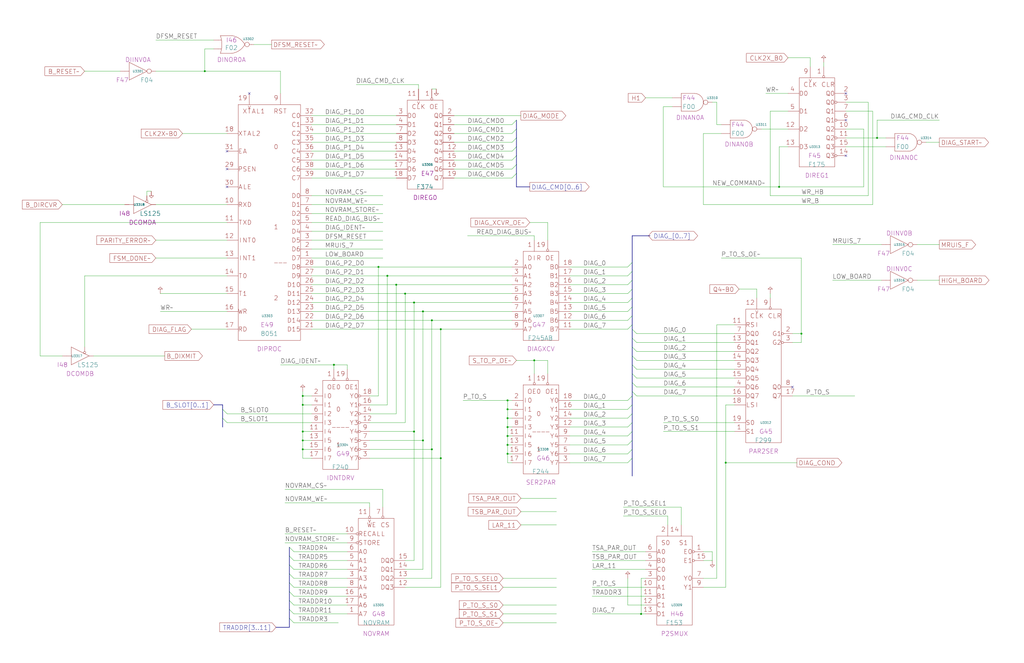
<source format=kicad_sch>
(kicad_sch (version 20211123) (generator eeschema)
  (paper "User" 584.2 378.46)
  (title_block (title "DIAGNOSTIC AND CONTROL\\nDIAGNOSTIC PROCESSOR") (date "08-MAR-90") (rev "0.0") (comment 1 "MEM32 BOARD") (comment 2 "232-003066") (comment 3 "S400") (comment 4 "RELEASED"))
  (bus (pts (xy 121.92 231.14) (xy 127 231.14)))
  (bus (pts (xy 127 231.14) (xy 127 233.68)))
  (bus (pts (xy 127 233.68) (xy 127 238.76)))
  (bus (pts (xy 127 238.76) (xy 127 243.84)))
  (bus (pts (xy 157.48 358.14) (xy 165.1 358.14)))
  (bus (pts (xy 165.1 312.42) (xy 165.1 317.5)))
  (bus (pts (xy 165.1 317.5) (xy 165.1 322.58)))
  (bus (pts (xy 165.1 322.58) (xy 165.1 327.66)))
  (bus (pts (xy 165.1 327.66) (xy 165.1 332.74)))
  (bus (pts (xy 165.1 332.74) (xy 165.1 337.82)))
  (bus (pts (xy 165.1 337.82) (xy 165.1 342.9)))
  (bus (pts (xy 165.1 342.9) (xy 165.1 347.98)))
  (bus (pts (xy 165.1 347.98) (xy 165.1 353.06)))
  (bus (pts (xy 165.1 353.06) (xy 165.1 358.14)))
  (bus (pts (xy 294.64 106.68) (xy 302.26 106.68)))
  (bus (pts (xy 294.64 68.58) (xy 294.64 73.66)))
  (bus (pts (xy 294.64 73.66) (xy 294.64 78.74)))
  (bus (pts (xy 294.64 78.74) (xy 294.64 83.82)))
  (bus (pts (xy 294.64 83.82) (xy 294.64 88.9)))
  (bus (pts (xy 294.64 88.9) (xy 294.64 93.98)))
  (bus (pts (xy 294.64 93.98) (xy 294.64 99.06)))
  (bus (pts (xy 294.64 99.06) (xy 294.64 106.68)))
  (bus (pts (xy 360.68 134.62) (xy 360.68 149.86)))
  (bus (pts (xy 360.68 134.62) (xy 370.84 134.62)))
  (bus (pts (xy 360.68 149.86) (xy 360.68 154.94)))
  (bus (pts (xy 360.68 154.94) (xy 360.68 160.02)))
  (bus (pts (xy 360.68 160.02) (xy 360.68 165.1)))
  (bus (pts (xy 360.68 165.1) (xy 360.68 170.18)))
  (bus (pts (xy 360.68 170.18) (xy 360.68 175.26)))
  (bus (pts (xy 360.68 175.26) (xy 360.68 180.34)))
  (bus (pts (xy 360.68 180.34) (xy 360.68 185.42)))
  (bus (pts (xy 360.68 185.42) (xy 360.68 187.96)))
  (bus (pts (xy 360.68 187.96) (xy 360.68 193.04)))
  (bus (pts (xy 360.68 193.04) (xy 360.68 198.12)))
  (bus (pts (xy 360.68 198.12) (xy 360.68 203.2)))
  (bus (pts (xy 360.68 203.2) (xy 360.68 208.28)))
  (bus (pts (xy 360.68 208.28) (xy 360.68 213.36)))
  (bus (pts (xy 360.68 213.36) (xy 360.68 218.44)))
  (bus (pts (xy 360.68 218.44) (xy 360.68 223.52)))
  (bus (pts (xy 360.68 223.52) (xy 360.68 226.06)))
  (bus (pts (xy 360.68 226.06) (xy 360.68 231.14)))
  (bus (pts (xy 360.68 231.14) (xy 360.68 236.22)))
  (bus (pts (xy 360.68 236.22) (xy 360.68 241.3)))
  (bus (pts (xy 360.68 241.3) (xy 360.68 246.38)))
  (bus (pts (xy 360.68 246.38) (xy 360.68 251.46)))
  (bus (pts (xy 360.68 251.46) (xy 360.68 256.54)))
  (bus (pts (xy 360.68 256.54) (xy 360.68 261.62)))
  (bus (pts (xy 360.68 261.62) (xy 360.68 271.78)))
  (wire (pts (xy 104.14 76.2) (xy 129.54 76.2)))
  (wire (pts (xy 109.22 187.96) (xy 129.54 187.96)))
  (wire (pts (xy 116.84 27.94) (xy 116.84 40.64)))
  (wire (pts (xy 116.84 40.64) (xy 88.9 40.64)))
  (wire (pts (xy 121.92 27.94) (xy 116.84 27.94)))
  (wire (pts (xy 129.54 127) (xy 22.86 127)))
  (wire (pts (xy 129.54 157.48) (xy 48.26 157.48)))
  (wire (pts (xy 129.54 236.22) (xy 177.8 236.22)))
  (wire (pts (xy 129.54 241.3) (xy 177.8 241.3)))
  (wire (pts (xy 144.78 25.4) (xy 154.94 25.4)))
  (wire (pts (xy 160.02 208.28) (xy 190.5 208.28)))
  (wire (pts (xy 160.02 40.64) (xy 116.84 40.64)))
  (wire (pts (xy 160.02 53.34) (xy 160.02 40.64)))
  (wire (pts (xy 162.56 287.02) (xy 210.82 287.02)))
  (wire (pts (xy 162.56 304.8) (xy 198.12 304.8)))
  (wire (pts (xy 162.56 309.88) (xy 198.12 309.88)))
  (wire (pts (xy 167.64 314.96) (xy 198.12 314.96)))
  (wire (pts (xy 167.64 320.04) (xy 198.12 320.04)))
  (wire (pts (xy 167.64 325.12) (xy 198.12 325.12)))
  (wire (pts (xy 167.64 330.2) (xy 198.12 330.2)))
  (wire (pts (xy 167.64 335.28) (xy 198.12 335.28)))
  (wire (pts (xy 167.64 340.36) (xy 198.12 340.36)))
  (wire (pts (xy 167.64 345.44) (xy 198.12 345.44)))
  (wire (pts (xy 167.64 350.52) (xy 198.12 350.52)))
  (wire (pts (xy 167.64 355.6) (xy 193.04 355.6)))
  (wire (pts (xy 172.72 226.06) (xy 172.72 223.52)))
  (wire (pts (xy 172.72 226.06) (xy 177.8 226.06)))
  (wire (pts (xy 172.72 231.14) (xy 172.72 226.06)))
  (wire (pts (xy 172.72 231.14) (xy 177.8 231.14)))
  (wire (pts (xy 172.72 246.38) (xy 172.72 231.14)))
  (wire (pts (xy 172.72 246.38) (xy 177.8 246.38)))
  (wire (pts (xy 172.72 251.46) (xy 172.72 246.38)))
  (wire (pts (xy 172.72 251.46) (xy 177.8 251.46)))
  (wire (pts (xy 172.72 256.54) (xy 172.72 251.46)))
  (wire (pts (xy 172.72 256.54) (xy 177.8 256.54)))
  (wire (pts (xy 172.72 261.62) (xy 172.72 256.54)))
  (wire (pts (xy 177.8 101.6) (xy 226.06 101.6)))
  (wire (pts (xy 177.8 111.76) (xy 218.44 111.76)))
  (wire (pts (xy 177.8 116.84) (xy 218.44 116.84)))
  (wire (pts (xy 177.8 121.92) (xy 218.44 121.92)))
  (wire (pts (xy 177.8 127) (xy 218.44 127)))
  (wire (pts (xy 177.8 132.08) (xy 218.44 132.08)))
  (wire (pts (xy 177.8 137.16) (xy 218.44 137.16)))
  (wire (pts (xy 177.8 142.24) (xy 218.44 142.24)))
  (wire (pts (xy 177.8 147.32) (xy 218.44 147.32)))
  (wire (pts (xy 177.8 152.4) (xy 215.9 152.4)))
  (wire (pts (xy 177.8 157.48) (xy 220.98 157.48)))
  (wire (pts (xy 177.8 162.56) (xy 226.06 162.56)))
  (wire (pts (xy 177.8 167.64) (xy 231.14 167.64)))
  (wire (pts (xy 177.8 172.72) (xy 236.22 172.72)))
  (wire (pts (xy 177.8 177.8) (xy 241.3 177.8)))
  (wire (pts (xy 177.8 182.88) (xy 246.38 182.88)))
  (wire (pts (xy 177.8 187.96) (xy 251.46 187.96)))
  (wire (pts (xy 177.8 261.62) (xy 172.72 261.62)))
  (wire (pts (xy 177.8 66.04) (xy 226.06 66.04)))
  (wire (pts (xy 177.8 71.12) (xy 226.06 71.12)))
  (wire (pts (xy 177.8 76.2) (xy 226.06 76.2)))
  (wire (pts (xy 177.8 81.28) (xy 226.06 81.28)))
  (wire (pts (xy 177.8 86.36) (xy 226.06 86.36)))
  (wire (pts (xy 177.8 91.44) (xy 226.06 91.44)))
  (wire (pts (xy 177.8 96.52) (xy 226.06 96.52)))
  (wire (pts (xy 190.5 208.28) (xy 190.5 210.82)))
  (wire (pts (xy 190.5 208.28) (xy 198.12 208.28)))
  (wire (pts (xy 198.12 210.82) (xy 198.12 208.28)))
  (wire (pts (xy 203.2 48.26) (xy 238.76 48.26)))
  (wire (pts (xy 210.82 226.06) (xy 215.9 226.06)))
  (wire (pts (xy 210.82 231.14) (xy 220.98 231.14)))
  (wire (pts (xy 210.82 236.22) (xy 226.06 236.22)))
  (wire (pts (xy 210.82 241.3) (xy 231.14 241.3)))
  (wire (pts (xy 210.82 246.38) (xy 236.22 246.38)))
  (wire (pts (xy 210.82 251.46) (xy 241.3 251.46)))
  (wire (pts (xy 210.82 256.54) (xy 246.38 256.54)))
  (wire (pts (xy 210.82 261.62) (xy 251.46 261.62)))
  (wire (pts (xy 210.82 289.56) (xy 210.82 287.02)))
  (wire (pts (xy 215.9 152.4) (xy 292.1 152.4)))
  (wire (pts (xy 215.9 226.06) (xy 215.9 152.4)))
  (wire (pts (xy 218.44 279.4) (xy 162.56 279.4)))
  (wire (pts (xy 218.44 289.56) (xy 218.44 279.4)))
  (wire (pts (xy 22.86 127) (xy 22.86 203.2)))
  (wire (pts (xy 22.86 203.2) (xy 35.56 203.2)))
  (wire (pts (xy 220.98 157.48) (xy 292.1 157.48)))
  (wire (pts (xy 220.98 231.14) (xy 220.98 157.48)))
  (wire (pts (xy 226.06 162.56) (xy 292.1 162.56)))
  (wire (pts (xy 226.06 236.22) (xy 226.06 162.56)))
  (wire (pts (xy 231.14 167.64) (xy 292.1 167.64)))
  (wire (pts (xy 231.14 241.3) (xy 231.14 167.64)))
  (wire (pts (xy 231.14 320.04) (xy 236.22 320.04)))
  (wire (pts (xy 231.14 325.12) (xy 241.3 325.12)))
  (wire (pts (xy 231.14 330.2) (xy 246.38 330.2)))
  (wire (pts (xy 231.14 335.28) (xy 251.46 335.28)))
  (wire (pts (xy 236.22 172.72) (xy 292.1 172.72)))
  (wire (pts (xy 236.22 246.38) (xy 236.22 172.72)))
  (wire (pts (xy 236.22 320.04) (xy 236.22 246.38)))
  (wire (pts (xy 238.76 50.8) (xy 238.76 48.26)))
  (wire (pts (xy 241.3 177.8) (xy 292.1 177.8)))
  (wire (pts (xy 241.3 251.46) (xy 241.3 177.8)))
  (wire (pts (xy 241.3 325.12) (xy 241.3 251.46)))
  (wire (pts (xy 246.38 182.88) (xy 292.1 182.88)))
  (wire (pts (xy 246.38 256.54) (xy 246.38 182.88)))
  (wire (pts (xy 246.38 330.2) (xy 246.38 256.54)))
  (wire (pts (xy 246.38 50.8) (xy 248.92 50.8)))
  (wire (pts (xy 251.46 187.96) (xy 292.1 187.96)))
  (wire (pts (xy 251.46 261.62) (xy 251.46 187.96)))
  (wire (pts (xy 251.46 335.28) (xy 251.46 261.62)))
  (wire (pts (xy 259.08 101.6) (xy 292.1 101.6)))
  (wire (pts (xy 259.08 66.04) (xy 297.18 66.04)))
  (wire (pts (xy 259.08 71.12) (xy 292.1 71.12)))
  (wire (pts (xy 259.08 76.2) (xy 292.1 76.2)))
  (wire (pts (xy 259.08 81.28) (xy 292.1 81.28)))
  (wire (pts (xy 259.08 86.36) (xy 292.1 86.36)))
  (wire (pts (xy 259.08 91.44) (xy 292.1 91.44)))
  (wire (pts (xy 259.08 96.52) (xy 292.1 96.52)))
  (wire (pts (xy 264.16 228.6) (xy 289.56 228.6)))
  (wire (pts (xy 266.7 134.62) (xy 304.8 134.62)))
  (wire (pts (xy 287.02 330.2) (xy 317.5 330.2)))
  (wire (pts (xy 287.02 335.28) (xy 317.5 335.28)))
  (wire (pts (xy 287.02 345.44) (xy 317.5 345.44)))
  (wire (pts (xy 287.02 350.52) (xy 317.5 350.52)))
  (wire (pts (xy 287.02 355.6) (xy 317.5 355.6)))
  (wire (pts (xy 289.56 228.6) (xy 289.56 233.68)))
  (wire (pts (xy 289.56 228.6) (xy 292.1 228.6)))
  (wire (pts (xy 289.56 233.68) (xy 289.56 238.76)))
  (wire (pts (xy 289.56 233.68) (xy 292.1 233.68)))
  (wire (pts (xy 289.56 238.76) (xy 289.56 243.84)))
  (wire (pts (xy 289.56 238.76) (xy 292.1 238.76)))
  (wire (pts (xy 289.56 243.84) (xy 289.56 248.92)))
  (wire (pts (xy 289.56 243.84) (xy 292.1 243.84)))
  (wire (pts (xy 289.56 248.92) (xy 289.56 254)))
  (wire (pts (xy 289.56 248.92) (xy 292.1 248.92)))
  (wire (pts (xy 289.56 254) (xy 289.56 259.08)))
  (wire (pts (xy 289.56 254) (xy 292.1 254)))
  (wire (pts (xy 289.56 259.08) (xy 289.56 264.16)))
  (wire (pts (xy 289.56 259.08) (xy 292.1 259.08)))
  (wire (pts (xy 292.1 264.16) (xy 289.56 264.16)))
  (wire (pts (xy 297.18 284.48) (xy 317.5 284.48)))
  (wire (pts (xy 297.18 292.1) (xy 317.5 292.1)))
  (wire (pts (xy 297.18 299.72) (xy 317.5 299.72)))
  (wire (pts (xy 302.26 127) (xy 312.42 127)))
  (wire (pts (xy 304.8 137.16) (xy 304.8 134.62)))
  (wire (pts (xy 304.8 205.74) (xy 294.64 205.74)))
  (wire (pts (xy 304.8 205.74) (xy 304.8 213.36)))
  (wire (pts (xy 312.42 137.16) (xy 312.42 127)))
  (wire (pts (xy 312.42 205.74) (xy 304.8 205.74)))
  (wire (pts (xy 312.42 213.36) (xy 312.42 205.74)))
  (wire (pts (xy 325.12 152.4) (xy 358.14 152.4)))
  (wire (pts (xy 325.12 157.48) (xy 358.14 157.48)))
  (wire (pts (xy 325.12 162.56) (xy 358.14 162.56)))
  (wire (pts (xy 325.12 167.64) (xy 358.14 167.64)))
  (wire (pts (xy 325.12 172.72) (xy 358.14 172.72)))
  (wire (pts (xy 325.12 177.8) (xy 358.14 177.8)))
  (wire (pts (xy 325.12 182.88) (xy 358.14 182.88)))
  (wire (pts (xy 325.12 187.96) (xy 358.14 187.96)))
  (wire (pts (xy 325.12 228.6) (xy 358.14 228.6)))
  (wire (pts (xy 325.12 233.68) (xy 358.14 233.68)))
  (wire (pts (xy 325.12 238.76) (xy 358.14 238.76)))
  (wire (pts (xy 325.12 243.84) (xy 358.14 243.84)))
  (wire (pts (xy 325.12 248.92) (xy 358.14 248.92)))
  (wire (pts (xy 325.12 254) (xy 358.14 254)))
  (wire (pts (xy 325.12 259.08) (xy 358.14 259.08)))
  (wire (pts (xy 325.12 264.16) (xy 358.14 264.16)))
  (wire (pts (xy 337.82 314.96) (xy 368.3 314.96)))
  (wire (pts (xy 337.82 320.04) (xy 368.3 320.04)))
  (wire (pts (xy 337.82 325.12) (xy 368.3 325.12)))
  (wire (pts (xy 337.82 335.28) (xy 368.3 335.28)))
  (wire (pts (xy 337.82 340.36) (xy 368.3 340.36)))
  (wire (pts (xy 337.82 350.52) (xy 365.76 350.52)))
  (wire (pts (xy 35.56 116.84) (xy 71.12 116.84)))
  (wire (pts (xy 355.6 289.56) (xy 388.62 289.56)))
  (wire (pts (xy 355.6 294.64) (xy 381 294.64)))
  (wire (pts (xy 358.14 345.44) (xy 358.14 330.2)))
  (wire (pts (xy 363.22 190.5) (xy 419.1 190.5)))
  (wire (pts (xy 363.22 195.58) (xy 419.1 195.58)))
  (wire (pts (xy 363.22 200.66) (xy 419.1 200.66)))
  (wire (pts (xy 363.22 205.74) (xy 419.1 205.74)))
  (wire (pts (xy 363.22 210.82) (xy 419.1 210.82)))
  (wire (pts (xy 363.22 215.9) (xy 419.1 215.9)))
  (wire (pts (xy 363.22 220.98) (xy 419.1 220.98)))
  (wire (pts (xy 363.22 226.06) (xy 419.1 226.06)))
  (wire (pts (xy 365.76 330.2) (xy 365.76 350.52)))
  (wire (pts (xy 365.76 350.52) (xy 368.3 350.52)))
  (wire (pts (xy 368.3 330.2) (xy 365.76 330.2)))
  (wire (pts (xy 368.3 345.44) (xy 358.14 345.44)))
  (wire (pts (xy 368.3 55.88) (xy 383.54 55.88)))
  (wire (pts (xy 378.46 106.68) (xy 444.5 106.68)))
  (wire (pts (xy 378.46 241.3) (xy 419.1 241.3)))
  (wire (pts (xy 378.46 246.38) (xy 419.1 246.38)))
  (wire (pts (xy 378.46 60.96) (xy 378.46 106.68)))
  (wire (pts (xy 381 299.72) (xy 381 294.64)))
  (wire (pts (xy 383.54 60.96) (xy 378.46 60.96)))
  (wire (pts (xy 388.62 299.72) (xy 388.62 289.56)))
  (wire (pts (xy 401.32 116.84) (xy 401.32 76.2)))
  (wire (pts (xy 401.32 314.96) (xy 406.4 314.96)))
  (wire (pts (xy 401.32 320.04) (xy 406.4 320.04)))
  (wire (pts (xy 401.32 335.28) (xy 414.02 335.28)))
  (wire (pts (xy 401.32 76.2) (xy 411.48 76.2)))
  (wire (pts (xy 406.4 314.96) (xy 406.4 320.04)))
  (wire (pts (xy 408.94 185.42) (xy 408.94 330.2)))
  (wire (pts (xy 408.94 330.2) (xy 401.32 330.2)))
  (wire (pts (xy 408.94 58.42) (xy 406.4 58.42)))
  (wire (pts (xy 408.94 71.12) (xy 408.94 58.42)))
  (wire (pts (xy 411.48 71.12) (xy 408.94 71.12)))
  (wire (pts (xy 414.02 231.14) (xy 414.02 264.16)))
  (wire (pts (xy 414.02 264.16) (xy 454.66 264.16)))
  (wire (pts (xy 414.02 335.28) (xy 414.02 264.16)))
  (wire (pts (xy 419.1 185.42) (xy 408.94 185.42)))
  (wire (pts (xy 419.1 231.14) (xy 414.02 231.14)))
  (wire (pts (xy 421.64 165.1) (xy 431.8 165.1)))
  (wire (pts (xy 431.8 170.18) (xy 431.8 165.1)))
  (wire (pts (xy 434.34 73.66) (xy 449.58 73.66)))
  (wire (pts (xy 436.88 53.34) (xy 449.58 53.34)))
  (wire (pts (xy 439.42 111.76) (xy 495.3 111.76)))
  (wire (pts (xy 439.42 167.64) (xy 439.42 170.18)))
  (wire (pts (xy 439.42 63.5) (xy 439.42 111.76)))
  (wire (pts (xy 444.5 106.68) (xy 492.76 106.68)))
  (wire (pts (xy 444.5 83.82) (xy 444.5 106.68)))
  (wire (pts (xy 449.58 33.02) (xy 462.28 33.02)))
  (wire (pts (xy 449.58 63.5) (xy 439.42 63.5)))
  (wire (pts (xy 449.58 83.82) (xy 444.5 83.82)))
  (wire (pts (xy 452.12 190.5) (xy 457.2 190.5)))
  (wire (pts (xy 452.12 195.58) (xy 457.2 195.58)))
  (wire (pts (xy 452.12 226.06) (xy 487.68 226.06)))
  (wire (pts (xy 457.2 147.32) (xy 411.48 147.32)))
  (wire (pts (xy 457.2 190.5) (xy 457.2 147.32)))
  (wire (pts (xy 457.2 195.58) (xy 457.2 190.5)))
  (wire (pts (xy 462.28 38.1) (xy 462.28 33.02)))
  (wire (pts (xy 469.9 35.56) (xy 469.9 38.1)))
  (wire (pts (xy 474.98 139.7) (xy 502.92 139.7)))
  (wire (pts (xy 474.98 160.02) (xy 502.92 160.02)))
  (wire (pts (xy 48.26 157.48) (xy 48.26 198.12)))
  (wire (pts (xy 48.26 40.64) (xy 68.58 40.64)))
  (wire (pts (xy 482.6 63.5) (xy 497.84 63.5)))
  (wire (pts (xy 482.6 73.66) (xy 492.76 73.66)))
  (wire (pts (xy 482.6 78.74) (xy 500.38 78.74)))
  (wire (pts (xy 482.6 83.82) (xy 505.46 83.82)))
  (wire (pts (xy 492.76 106.68) (xy 492.76 73.66)))
  (wire (pts (xy 495.3 111.76) (xy 495.3 58.42)))
  (wire (pts (xy 495.3 58.42) (xy 482.6 58.42)))
  (wire (pts (xy 497.84 116.84) (xy 401.32 116.84)))
  (wire (pts (xy 497.84 63.5) (xy 497.84 116.84)))
  (wire (pts (xy 500.38 68.58) (xy 535.94 68.58)))
  (wire (pts (xy 500.38 78.74) (xy 500.38 68.58)))
  (wire (pts (xy 500.38 78.74) (xy 505.46 78.74)))
  (wire (pts (xy 523.24 139.7) (xy 535.94 139.7)))
  (wire (pts (xy 523.24 160.02) (xy 535.94 160.02)))
  (wire (pts (xy 528.32 81.28) (xy 535.94 81.28)))
  (wire (pts (xy 53.34 203.2) (xy 93.98 203.2)))
  (wire (pts (xy 83.82 109.22) (xy 83.82 111.76)))
  (wire (pts (xy 86.36 109.22) (xy 83.82 109.22)))
  (wire (pts (xy 88.9 116.84) (xy 129.54 116.84)))
  (wire (pts (xy 88.9 137.16) (xy 129.54 137.16)))
  (wire (pts (xy 88.9 147.32) (xy 129.54 147.32)))
  (wire (pts (xy 88.9 22.86) (xy 121.92 22.86)))
  (wire (pts (xy 91.44 167.64) (xy 129.54 167.64)))
  (wire (pts (xy 91.44 177.8) (xy 129.54 177.8)))
  (global_label "B_DIRCVR" (shape input) (at 35.56 116.84 180) (effects (font (size 2.54 2.54))) (property "Intersheet References" "${INTERSHEET_REFS}" (at 12.7121 116.6813 0) (effects (font (size 2.54 2.54)) (justify right))))
  (symbol (lib_id "r1000:LS125") (at 43.18 203.2 0) (unit 1)
    (property "Reference" "U3317" (at 43.815 203.2 0))
    (property "Value" "LS125" (at 50.165 208.28 0) (effects (font (size 2.54 2.54))))
    (property "Location" "I48" (at 35.56 208.28 0) (effects (font (size 2.54 2.54))))
    (property "Name" "DCOMDB" (at 45.72 213.36 0) (effects (font (size 2.54 2.54))))
  )
  (global_label "B_RESET~" (shape input) (at 48.26 40.64 180) (effects (font (size 2.54 2.54))) (property "Intersheet References" "${INTERSHEET_REFS}" (at 25.8445 40.4813 0) (effects (font (size 2.54 2.54)) (justify right))))
  (symbol (lib_id "r1000:F04") (at 78.74 40.64 0) (unit 1)
    (property "Reference" "U3301" (at 78.74 40.64 0))
    (property "Value" "F04" (at 80.01 45.72 0) (effects (font (size 2.54 2.54)) (justify left)))
    (property "Location" "F47" (at 66.04 45.72 0) (effects (font (size 2.54 2.54)) (justify left)))
    (property "Name" "DIINV0A" (at 78.74 35.56 0) (effects (font (size 2.54 2.54)) (justify bottom)))
  )
  (symbol (lib_id "r1000:LS125") (at 78.74 116.84 0) (unit 1)
    (property "Reference" "U3318" (at 79.375 116.84 0))
    (property "Value" "LS125" (at 85.725 121.92 0) (effects (font (size 2.54 2.54))))
    (property "Location" "I48" (at 71.12 121.92 0) (effects (font (size 2.54 2.54))))
    (property "Name" "DCOMDA" (at 81.28 127 0) (effects (font (size 2.54 2.54))))
  )
  (symbol (lib_id "r1000:PD") (at 86.36 109.22 0) (unit 1) (in_bom no)
    (property "Reference" "#PWR03302" (effects hide))
    (property "Value" "PD" (effects hide))
  )
  (label "DFSM_RESET" (at 88.9 22.86 0) (effects (font (size 2.54 2.54))))
  (global_label "PARITY_ERROR~" (shape input) (at 88.9 137.16 180) (effects (font (size 2.54 2.54))) (property "Intersheet References" "${INTERSHEET_REFS}" (at 55.3569 137.0013 0) (effects (font (size 2.54 2.54)) (justify right))))
  (global_label "FSM_DONE~" (shape input) (at 88.9 147.32 180) (effects (font (size 2.54 2.54))) (property "Intersheet References" "${INTERSHEET_REFS}" (at 62.8559 147.1613 0) (effects (font (size 2.54 2.54)) (justify right))))
  (symbol (lib_id "r1000:PU") (at 91.44 167.64 0) (unit 1)
    (property "Reference" "#PWR0158" (effects hide))
    (property "Value" "PU" (effects hide))
  )
  (label "WR~" (at 91.44 177.8 0) (effects (font (size 2.54 2.54))))
  (global_label "B_DIXMIT" (shape output) (at 93.98 203.2 0) (effects (font (size 2.54 2.54))) (property "Intersheet References" "${INTERSHEET_REFS}" (at 115.4974 203.0413 0) (effects (font (size 2.54 2.54)) (justify left))))
  (global_label "CLK2X~B0" (shape input) (at 104.14 76.2 180) (effects (font (size 2.54 2.54))) (property "Intersheet References" "${INTERSHEET_REFS}" (at 76.4026 76.0413 0) (effects (font (size 2.54 2.54)) (justify right))))
  (global_label "DIAG_FLAG" (shape input) (at 109.22 187.96 180) (effects (font (size 2.54 2.54))) (property "Intersheet References" "${INTERSHEET_REFS}" (at 85.2321 187.8013 0) (effects (font (size 2.54 2.54)) (justify right))))
  (junction (at 116.84 40.64))
  (global_label "B_SLOT[0..1]" (shape input) (at 121.92 231.14 180) (effects (font (size 2.54 2.54))) (property "Intersheet References" "${INTERSHEET_REFS}" (at 93.094 230.9813 0) (effects (font (size 2.54 2.54)) (justify right))))
  (bus_entry (at 127 233.68) (size 2.54 2.54))
  (bus_entry (at 127 238.76) (size 2.54 2.54))
  (symbol (lib_id "r1000:F02") (at 129.54 22.86 0) (unit 1)
    (property "Reference" "U3302" (at 141.7 22.225 0))
    (property "Value" "F02" (at 128.27 27.305 0) (effects (font (size 2.54 2.54)) (justify left)))
    (property "Location" "I46" (at 132.08 22.86 0) (effects (font (size 2.54 2.54))))
    (property "Name" "DINOR0A" (at 132.08 35.56 0) (effects (font (size 2.54 2.54)) (justify bottom)))
  )
  (no_connect (at 129.54 86.36))
  (no_connect (at 129.54 96.52))
  (no_connect (at 129.54 106.68))
  (label "B_SLOT0" (at 137.16 236.22 0) (effects (font (size 2.54 2.54))))
  (label "B_SLOT1" (at 137.16 241.3 0) (effects (font (size 2.54 2.54))))
  (no_connect (at 142.24 53.34))
  (symbol (lib_id "r1000:8051") (at 149.86 185.42 0) (unit 1)
    (property "Reference" "U3303" (at 152.4 180.34 0))
    (property "Value" "8051" (at 148.59 190.5 0) (effects (font (size 2.54 2.54)) (justify left)))
    (property "Location" "E49" (at 148.59 185.42 0) (effects (font (size 2.54 2.54)) (justify left)))
    (property "Name" "DIPROC" (at 153.67 200.66 0) (effects (font (size 2.54 2.54)) (justify bottom)))
  )
  (global_label "DFSM_RESET~" (shape output) (at 154.94 25.4 0) (effects (font (size 2.54 2.54))) (property "Intersheet References" "${INTERSHEET_REFS}" (at 184.8545 25.2413 0) (effects (font (size 2.54 2.54)) (justify left))))
  (global_label "TRADDR[3..11]" (shape input) (at 157.48 358.14 180) (effects (font (size 2.54 2.54))) (property "Intersheet References" "${INTERSHEET_REFS}" (at 125.5093 357.9813 0) (effects (font (size 2.54 2.54)) (justify right))))
  (label "DIAG_IDENT~" (at 160.02 208.28 0) (effects (font (size 2.54 2.54))))
  (label "NOVRAM_CS~" (at 162.56 279.4 0) (effects (font (size 2.54 2.54))))
  (label "NOVRAM_WE~" (at 162.56 287.02 0) (effects (font (size 2.54 2.54))))
  (label "B_RESET~" (at 162.56 304.8 0) (effects (font (size 2.54 2.54))))
  (label "NOVRAM_STORE~" (at 162.56 309.88 0) (effects (font (size 2.54 2.54))))
  (bus_entry (at 165.1 312.42) (size 2.54 2.54))
  (bus_entry (at 165.1 317.5) (size 2.54 2.54))
  (bus_entry (at 165.1 322.58) (size 2.54 2.54))
  (bus_entry (at 165.1 327.66) (size 2.54 2.54))
  (bus_entry (at 165.1 332.74) (size 2.54 2.54))
  (bus_entry (at 165.1 337.82) (size 2.54 2.54))
  (bus_entry (at 165.1 342.9) (size 2.54 2.54))
  (bus_entry (at 165.1 347.98) (size 2.54 2.54))
  (bus_entry (at 165.1 353.06) (size 2.54 2.54))
  (label "TRADDR4" (at 170.18 314.96 0) (effects (font (size 2.54 2.54))))
  (label "TRADDR5" (at 170.18 320.04 0) (effects (font (size 2.54 2.54))))
  (label "TRADDR6" (at 170.18 325.12 0) (effects (font (size 2.54 2.54))))
  (label "TRADDR7" (at 170.18 330.2 0) (effects (font (size 2.54 2.54))))
  (label "TRADDR8" (at 170.18 335.28 0) (effects (font (size 2.54 2.54))))
  (label "TRADDR9" (at 170.18 340.36 0) (effects (font (size 2.54 2.54))))
  (label "TRADDR10" (at 170.18 345.44 0) (effects (font (size 2.54 2.54))))
  (label "TRADDR11" (at 170.18 350.52 0) (effects (font (size 2.54 2.54))))
  (label "TRADDR3" (at 170.18 355.6 0) (effects (font (size 2.54 2.54))))
  (symbol (lib_id "r1000:PU") (at 172.72 223.52 0) (unit 1)
    (property "Reference" "#PWR03301" (effects hide))
    (property "Value" "PU" (effects hide))
  )
  (junction (at 172.72 226.06))
  (junction (at 172.72 231.14))
  (junction (at 172.72 246.38))
  (junction (at 172.72 251.46))
  (junction (at 172.72 256.54))
  (label "DIAG_P1_D0" (at 185.42 66.04 0) (effects (font (size 2.54 2.54))))
  (label "DIAG_P1_D1" (at 185.42 71.12 0) (effects (font (size 2.54 2.54))))
  (label "DIAG_P1_D2" (at 185.42 76.2 0) (effects (font (size 2.54 2.54))))
  (label "DIAG_P1_D3" (at 185.42 81.28 0) (effects (font (size 2.54 2.54))))
  (label "DIAG_P1_D4" (at 185.42 86.36 0) (effects (font (size 2.54 2.54))))
  (label "DIAG_P1_D5" (at 185.42 91.44 0) (effects (font (size 2.54 2.54))))
  (label "DIAG_P1_D6" (at 185.42 96.52 0) (effects (font (size 2.54 2.54))))
  (label "DIAG_P1_D7" (at 185.42 101.6 0) (effects (font (size 2.54 2.54))))
  (label "NOVRAM_CS~" (at 185.42 111.76 0) (effects (font (size 2.54 2.54))))
  (label "NOVRAM_WE~" (at 185.42 116.84 0) (effects (font (size 2.54 2.54))))
  (label "NOVRAM_STORE~" (at 185.42 121.92 0) (effects (font (size 2.54 2.54))))
  (label "READ_DIAG_BUS~" (at 185.42 127 0) (effects (font (size 2.54 2.54))))
  (label "DIAG_IDENT~" (at 185.42 132.08 0) (effects (font (size 2.54 2.54))))
  (label "DFSM_RESET" (at 185.42 137.16 0) (effects (font (size 2.54 2.54))))
  (label "MRUIS_7" (at 185.42 142.24 0) (effects (font (size 2.54 2.54))))
  (label "LOW_BOARD" (at 185.42 147.32 0) (effects (font (size 2.54 2.54))))
  (label "DIAG_P2_D0" (at 185.42 152.4 0) (effects (font (size 2.54 2.54))))
  (label "DIAG_P2_D1" (at 185.42 157.48 0) (effects (font (size 2.54 2.54))))
  (label "DIAG_P2_D2" (at 185.42 162.56 0) (effects (font (size 2.54 2.54))))
  (label "DIAG_P2_D3" (at 185.42 167.64 0) (effects (font (size 2.54 2.54))))
  (label "DIAG_P2_D4" (at 185.42 172.72 0) (effects (font (size 2.54 2.54))))
  (label "DIAG_P2_D5" (at 185.42 177.8 0) (effects (font (size 2.54 2.54))))
  (label "DIAG_P2_D6" (at 185.42 182.88 0) (effects (font (size 2.54 2.54))))
  (label "DIAG_P2_D7" (at 185.42 187.96 0) (effects (font (size 2.54 2.54))))
  (junction (at 190.5 208.28))
  (symbol (lib_id "r1000:F240") (at 193.04 259.08 0) (unit 1)
    (property "Reference" "U3304" (at 195.58 254 0))
    (property "Value" "F240" (at 189.23 266.7 0) (effects (font (size 2.54 2.54)) (justify left)))
    (property "Location" "G49" (at 191.77 259.08 0) (effects (font (size 2.54 2.54)) (justify left)))
    (property "Name" "IDNTDRV" (at 194.31 274.32 0) (effects (font (size 2.54 2.54)) (justify bottom)))
  )
  (label "DIAG_CMD_CLK" (at 203.2 48.26 0) (effects (font (size 2.54 2.54))))
  (symbol (lib_id "r1000:NOVRAM") (at 213.36 350.52 0) (unit 1)
    (property "Reference" "U3305" (at 215.9 345.44 0))
    (property "Value" "NOVRAM" (at 207.01 355.6 0) (effects (font (size 2.54 2.54)) (justify left)))
    (property "Location" "G48" (at 212.09 350.52 0) (effects (font (size 2.54 2.54)) (justify left)))
    (property "Name" "NOVRAM" (at 214.63 363.22 0) (effects (font (size 2.54 2.54)) (justify bottom)))
  )
  (junction (at 215.9 152.4))
  (junction (at 220.98 157.48))
  (junction (at 226.06 162.56))
  (junction (at 231.14 167.64))
  (junction (at 236.22 172.72))
  (junction (at 236.22 246.38))
  (symbol (lib_id "r1000:F374") (at 241.3 99.06 0) (unit 1)
    (property "Reference" "U3306" (at 243.84 93.98 0))
    (property "Value" "F374" (at 237.49 106.68 0) (effects (font (size 2.54 2.54)) (justify left)))
    (property "Location" "E47" (at 240.03 99.06 0) (effects (font (size 2.54 2.54)) (justify left)))
    (property "Name" "DIREG0" (at 242.57 114.3 0) (effects (font (size 2.54 2.54)) (justify bottom)))
  )
  (junction (at 241.3 177.8))
  (junction (at 241.3 251.46))
  (junction (at 246.38 182.88))
  (junction (at 246.38 256.54))
  (symbol (lib_id "r1000:PD") (at 248.92 50.8 0) (unit 1) (in_bom no)
    (property "Reference" "#PWR0157" (effects hide))
    (property "Value" "PD" (effects hide))
  )
  (junction (at 251.46 187.96))
  (junction (at 251.46 261.62))
  (label "P_TO_S" (at 264.16 228.6 0) (effects (font (size 2.54 2.54))))
  (label "DIAG_CMD0" (at 266.7 71.12 0) (effects (font (size 2.54 2.54))))
  (label "DIAG_CMD1" (at 266.7 76.2 0) (effects (font (size 2.54 2.54))))
  (label "DIAG_CMD2" (at 266.7 81.28 0) (effects (font (size 2.54 2.54))))
  (label "DIAG_CMD3" (at 266.7 86.36 0) (effects (font (size 2.54 2.54))))
  (label "DIAG_CMD4" (at 266.7 91.44 0) (effects (font (size 2.54 2.54))))
  (label "DIAG_CMD5" (at 266.7 96.52 0) (effects (font (size 2.54 2.54))))
  (label "DIAG_CMD6" (at 266.7 101.6 0) (effects (font (size 2.54 2.54))))
  (label "READ_DIAG_BUS~" (at 271.78 134.62 0) (effects (font (size 2.54 2.54))))
  (global_label "P_TO_S_SEL0" (shape input) (at 287.02 330.2 180) (effects (font (size 2.54 2.54))) (property "Intersheet References" "${INTERSHEET_REFS}" (at 257.8312 330.0413 0) (effects (font (size 2.54 2.54)) (justify right))))
  (global_label "P_TO_S_SEL1" (shape input) (at 287.02 335.28 180) (effects (font (size 2.54 2.54))) (property "Intersheet References" "${INTERSHEET_REFS}" (at 257.8312 335.1213 0) (effects (font (size 2.54 2.54)) (justify right))))
  (global_label "P_TO_S_S0" (shape input) (at 287.02 345.44 180) (effects (font (size 2.54 2.54))) (property "Intersheet References" "${INTERSHEET_REFS}" (at 262.1855 345.2813 0) (effects (font (size 2.54 2.54)) (justify right))))
  (global_label "P_TO_S_S1" (shape input) (at 287.02 350.52 180) (effects (font (size 2.54 2.54))) (property "Intersheet References" "${INTERSHEET_REFS}" (at 262.1855 350.3613 0) (effects (font (size 2.54 2.54)) (justify right))))
  (global_label "P_TO_S_OE~" (shape input) (at 287.02 355.6 180) (effects (font (size 2.54 2.54))) (property "Intersheet References" "${INTERSHEET_REFS}" (at 260.2502 355.4413 0) (effects (font (size 2.54 2.54)) (justify right))))
  (junction (at 289.56 228.6))
  (junction (at 289.56 233.68))
  (junction (at 289.56 238.76))
  (junction (at 289.56 243.84))
  (junction (at 289.56 248.92))
  (junction (at 289.56 254))
  (junction (at 289.56 259.08))
  (bus_entry (at 294.64 68.58) (size -2.54 2.54))
  (bus_entry (at 294.64 73.66) (size -2.54 2.54))
  (bus_entry (at 294.64 78.74) (size -2.54 2.54))
  (bus_entry (at 294.64 83.82) (size -2.54 2.54))
  (bus_entry (at 294.64 88.9) (size -2.54 2.54))
  (bus_entry (at 294.64 93.98) (size -2.54 2.54))
  (bus_entry (at 294.64 99.06) (size -2.54 2.54))
  (global_label "S_TO_P_OE~" (shape input) (at 294.64 205.74 180) (effects (font (size 2.54 2.54))) (property "Intersheet References" "${INTERSHEET_REFS}" (at 267.8702 205.5813 0) (effects (font (size 2.54 2.54)) (justify right))))
  (global_label "DIAG_MODE" (shape output) (at 297.18 66.04 0) (effects (font (size 2.54 2.54))) (property "Intersheet References" "${INTERSHEET_REFS}" (at 322.6193 65.8813 0) (effects (font (size 2.54 2.54)) (justify left))))
  (global_label "TSA_PAR_OUT" (shape input) (at 297.18 284.48 180) (effects (font (size 2.54 2.54))) (property "Intersheet References" "${INTERSHEET_REFS}" (at 267.4378 284.3213 0) (effects (font (size 2.54 2.54)) (justify right))))
  (global_label "TSB_PAR_OUT" (shape input) (at 297.18 292.1 180) (effects (font (size 2.54 2.54))) (property "Intersheet References" "${INTERSHEET_REFS}" (at 267.2655 291.9413 0) (effects (font (size 2.54 2.54)) (justify right))))
  (global_label "LAR_11" (shape input) (at 297.18 299.72 180) (effects (font (size 2.54 2.54))) (property "Intersheet References" "${INTERSHEET_REFS}" (at 278.9978 299.5613 0) (effects (font (size 2.54 2.54)) (justify right))))
  (global_label "DIAG_CMD[0..6]" (shape output) (at 302.26 106.68 0) (effects (font (size 2.54 2.54))) (property "Intersheet References" "${INTERSHEET_REFS}" (at 335.9241 106.5213 0) (effects (font (size 2.54 2.54)) (justify left))))
  (global_label "DIAG_XCVR_OE~" (shape input) (at 302.26 127 180) (effects (font (size 2.54 2.54))) (property "Intersheet References" "${INTERSHEET_REFS}" (at 268.8378 126.8413 0) (effects (font (size 2.54 2.54)) (justify right))))
  (symbol (lib_id "r1000:F245AB") (at 304.8 185.42 0) (unit 1)
    (property "Reference" "U3307" (at 307.34 180.34 0))
    (property "Value" "F245AB" (at 300.99 193.04 0) (effects (font (size 2.54 2.54)) (justify left)))
    (property "Location" "G47" (at 303.53 185.42 0) (effects (font (size 2.54 2.54)) (justify left)))
    (property "Name" "DIAGXCV" (at 308.61 200.66 0) (effects (font (size 2.54 2.54)) (justify bottom)))
  )
  (junction (at 304.8 205.74))
  (symbol (lib_id "r1000:F244") (at 307.34 261.62 0) (unit 1)
    (property "Reference" "U3308" (at 309.88 256.54 0))
    (property "Value" "F244" (at 303.53 269.24 0) (effects (font (size 2.54 2.54)) (justify left)))
    (property "Location" "G46" (at 306.07 261.62 0) (effects (font (size 2.54 2.54)) (justify left)))
    (property "Name" "SER2PAR" (at 308.61 276.86 0) (effects (font (size 2.54 2.54)) (justify bottom)))
  )
  (label "DIAG_0" (at 332.74 152.4 0) (effects (font (size 2.54 2.54))))
  (label "DIAG_1" (at 332.74 157.48 0) (effects (font (size 2.54 2.54))))
  (label "DIAG_2" (at 332.74 162.56 0) (effects (font (size 2.54 2.54))))
  (label "DIAG_3" (at 332.74 167.64 0) (effects (font (size 2.54 2.54))))
  (label "DIAG_4" (at 332.74 172.72 0) (effects (font (size 2.54 2.54))))
  (label "DIAG_5" (at 332.74 177.8 0) (effects (font (size 2.54 2.54))))
  (label "DIAG_6" (at 332.74 182.88 0) (effects (font (size 2.54 2.54))))
  (label "DIAG_7" (at 332.74 187.96 0) (effects (font (size 2.54 2.54))))
  (label "DIAG_0" (at 332.74 228.6 0) (effects (font (size 2.54 2.54))))
  (label "DIAG_1" (at 332.74 233.68 0) (effects (font (size 2.54 2.54))))
  (label "DIAG_2" (at 332.74 238.76 0) (effects (font (size 2.54 2.54))))
  (label "DIAG_3" (at 332.74 243.84 0) (effects (font (size 2.54 2.54))))
  (label "DIAG_4" (at 332.74 248.92 0) (effects (font (size 2.54 2.54))))
  (label "DIAG_5" (at 332.74 254 0) (effects (font (size 2.54 2.54))))
  (label "DIAG_6" (at 332.74 259.08 0) (effects (font (size 2.54 2.54))))
  (label "DIAG_7" (at 332.74 264.16 0) (effects (font (size 2.54 2.54))))
  (label "TSA_PAR_OUT" (at 337.82 314.96 0) (effects (font (size 2.54 2.54))))
  (label "TSB_PAR_OUT" (at 337.82 320.04 0) (effects (font (size 2.54 2.54))))
  (label "LAR_11" (at 337.82 325.12 0) (effects (font (size 2.54 2.54))))
  (label "P_TO_S" (at 337.82 335.28 0) (effects (font (size 2.54 2.54))))
  (label "TRADDR3" (at 337.82 340.36 0) (effects (font (size 2.54 2.54))))
  (label "DIAG_7" (at 337.82 350.52 0) (effects (font (size 2.54 2.54))))
  (label "P_TO_S_SEL1" (at 355.6 289.56 0) (effects (font (size 2.54 2.54))))
  (label "P_TO_S_SEL0" (at 355.6 294.64 0) (effects (font (size 2.54 2.54))))
  (symbol (lib_id "r1000:PU") (at 358.14 330.2 0) (unit 1)
    (property "Reference" "#PWR03303" (effects hide))
    (property "Value" "PU" (effects hide))
  )
  (bus_entry (at 360.68 149.86) (size -2.54 2.54))
  (bus_entry (at 360.68 154.94) (size -2.54 2.54))
  (bus_entry (at 360.68 160.02) (size -2.54 2.54))
  (bus_entry (at 360.68 165.1) (size -2.54 2.54))
  (bus_entry (at 360.68 170.18) (size -2.54 2.54))
  (bus_entry (at 360.68 175.26) (size -2.54 2.54))
  (bus_entry (at 360.68 180.34) (size -2.54 2.54))
  (bus_entry (at 360.68 185.42) (size -2.54 2.54))
  (bus_entry (at 360.68 187.96) (size 2.54 2.54))
  (bus_entry (at 360.68 193.04) (size 2.54 2.54))
  (bus_entry (at 360.68 198.12) (size 2.54 2.54))
  (bus_entry (at 360.68 203.2) (size 2.54 2.54))
  (bus_entry (at 360.68 208.28) (size 2.54 2.54))
  (bus_entry (at 360.68 213.36) (size 2.54 2.54))
  (bus_entry (at 360.68 218.44) (size 2.54 2.54))
  (bus_entry (at 360.68 223.52) (size 2.54 2.54))
  (bus_entry (at 360.68 226.06) (size -2.54 2.54))
  (bus_entry (at 360.68 231.14) (size -2.54 2.54))
  (bus_entry (at 360.68 236.22) (size -2.54 2.54))
  (bus_entry (at 360.68 241.3) (size -2.54 2.54))
  (bus_entry (at 360.68 246.38) (size -2.54 2.54))
  (bus_entry (at 360.68 251.46) (size -2.54 2.54))
  (bus_entry (at 360.68 256.54) (size -2.54 2.54))
  (bus_entry (at 360.68 261.62) (size -2.54 2.54))
  (junction (at 365.76 350.52))
  (global_label "H1" (shape input) (at 368.3 55.88 180) (effects (font (size 2.54 2.54))) (property "Intersheet References" "${INTERSHEET_REFS}" (at 358.5845 55.7213 0) (effects (font (size 2.54 2.54)) (justify right))))
  (global_label "DIAG_[0..7]" (shape bidirectional) (at 369.9104 134.62 0) (effects (font (size 2.54 2.54))) (property "Intersheet References" "${INTERSHEET_REFS}" (at 395.5916 134.4613 0) (effects (font (size 2.54 2.54)) (justify left))))
  (label "DIAG_0" (at 378.46 190.5 0) (effects (font (size 2.54 2.54))))
  (label "DIAG_1" (at 378.46 195.58 0) (effects (font (size 2.54 2.54))))
  (label "DIAG_2" (at 378.46 200.66 0) (effects (font (size 2.54 2.54))))
  (label "DIAG_3" (at 378.46 205.74 0) (effects (font (size 2.54 2.54))))
  (label "DIAG_4" (at 378.46 210.82 0) (effects (font (size 2.54 2.54))))
  (label "DIAG_5" (at 378.46 215.9 0) (effects (font (size 2.54 2.54))))
  (label "DIAG_6" (at 378.46 220.98 0) (effects (font (size 2.54 2.54))))
  (label "DIAG_7" (at 378.46 226.06 0) (effects (font (size 2.54 2.54))))
  (label "P_TO_S_S0" (at 378.46 241.3 0) (effects (font (size 2.54 2.54))))
  (label "P_TO_S_S1" (at 378.46 246.38 0) (effects (font (size 2.54 2.54))))
  (symbol (lib_id "r1000:F153") (at 383.54 350.52 0) (unit 1)
    (property "Reference" "U3309" (at 386.08 345.44 0))
    (property "Value" "F153" (at 379.73 355.6 0) (effects (font (size 2.54 2.54)) (justify left)))
    (property "Location" "H46" (at 382.27 350.52 0) (effects (font (size 2.54 2.54)) (justify left)))
    (property "Name" "P2SMUX" (at 384.81 363.22 0) (effects (font (size 2.54 2.54)) (justify bottom)))
  )
  (symbol (lib_id "r1000:F00") (at 391.16 55.88 0) (unit 1)
    (property "Reference" "U3310" (at 406.4 55.88 0))
    (property "Value" "F00" (at 393.065 60.96 0) (effects (font (size 2.54 2.54))))
    (property "Location" "F44" (at 393.065 55.88 0) (effects (font (size 2.54 2.54))))
    (property "Name" "DINAN0A" (at 393.7 68.58 0) (effects (font (size 2.54 2.54)) (justify bottom)))
  )
  (label "NEW_COMMAND~" (at 406.4 106.68 0) (effects (font (size 2.54 2.54))))
  (symbol (lib_id "r1000:PD") (at 406.4 320.04 0) (unit 1) (in_bom no)
    (property "Reference" "#PWR03306" (effects hide))
    (property "Value" "PD" (effects hide))
  )
  (label "P_TO_S_OE~" (at 411.48 147.32 0) (effects (font (size 2.54 2.54))))
  (junction (at 414.02 264.16))
  (symbol (lib_id "r1000:F00") (at 419.1 71.12 0) (unit 1)
    (property "Reference" "U3311" (at 434.34 71.12 0))
    (property "Value" "F00" (at 421.005 76.2 0) (effects (font (size 2.54 2.54))))
    (property "Location" "F44" (at 421.005 71.12 0) (effects (font (size 2.54 2.54))))
    (property "Name" "DINAN0B" (at 421.64 83.82 0) (effects (font (size 2.54 2.54)) (justify bottom)))
  )
  (global_label "Q4~B0" (shape input) (at 421.64 165.1 180) (effects (font (size 2.54 2.54))) (property "Intersheet References" "${INTERSHEET_REFS}" (at 405.1512 164.9413 0) (effects (font (size 2.54 2.54)) (justify right))))
  (symbol (lib_id "r1000:F299") (at 434.34 246.38 0) (unit 1)
    (property "Reference" "U3312" (at 436.88 241.3 0))
    (property "Value" "F299" (at 430.53 251.46 0) (effects (font (size 2.54 2.54)) (justify left)))
    (property "Location" "G45" (at 433.07 246.38 0) (effects (font (size 2.54 2.54)) (justify left)))
    (property "Name" "PAR2SER" (at 435.61 259.08 0) (effects (font (size 2.54 2.54)) (justify bottom)))
  )
  (label "WR~" (at 436.88 53.34 0) (effects (font (size 2.54 2.54))))
  (symbol (lib_id "r1000:PU") (at 439.42 167.64 0) (unit 1)
    (property "Reference" "#PWR03304" (effects hide))
    (property "Value" "PU" (effects hide))
  )
  (junction (at 444.5 106.68))
  (global_label "CLK2X_B0" (shape input) (at 449.58 33.02 180) (effects (font (size 2.54 2.54))) (property "Intersheet References" "${INTERSHEET_REFS}" (at 426.0759 32.8613 0) (effects (font (size 2.54 2.54)) (justify right))))
  (no_connect (at 452.12 220.98))
  (global_label "DIAG_COND" (shape output) (at 454.66 264.16 0) (effects (font (size 2.54 2.54))) (property "Intersheet References" "${INTERSHEET_REFS}" (at 480.0993 264.0013 0) (effects (font (size 2.54 2.54)) (justify left))))
  (label "WR_HB" (at 457.2 111.76 0) (effects (font (size 2.54 2.54))))
  (label "WR_B" (at 457.2 116.84 0) (effects (font (size 2.54 2.54))))
  (junction (at 457.2 190.5))
  (label "P_TO_S" (at 459.74 226.06 0) (effects (font (size 2.54 2.54))))
  (symbol (lib_id "r1000:F175") (at 462.28 88.9 0) (unit 1)
    (property "Reference" "U3313" (at 464.82 83.82 0))
    (property "Value" "F175" (at 461.01 93.98 0) (effects (font (size 2.54 2.54)) (justify left)))
    (property "Location" "F45" (at 461.01 88.9 0) (effects (font (size 2.54 2.54)) (justify left)))
    (property "Name" "DIREG1" (at 466.09 101.6 0) (effects (font (size 2.54 2.54)) (justify bottom)))
  )
  (symbol (lib_id "r1000:PU") (at 469.9 35.56 0) (unit 1)
    (property "Reference" "#PWR03305" (effects hide))
    (property "Value" "PU" (effects hide))
  )
  (label "MRUIS_7" (at 474.98 139.7 0) (effects (font (size 2.54 2.54))))
  (label "LOW_BOARD" (at 474.98 160.02 0) (effects (font (size 2.54 2.54))))
  (no_connect (at 482.6 53.34))
  (no_connect (at 482.6 68.58))
  (no_connect (at 482.6 88.9))
  (junction (at 500.38 78.74))
  (label "DIAG_CMD_CLK" (at 508 68.58 0) (effects (font (size 2.54 2.54))))
  (symbol (lib_id "r1000:F00") (at 513.08 78.74 0) (unit 1)
    (property "Reference" "U3314" (at 528.32 78.74 0))
    (property "Value" "F00" (at 514.985 83.82 0) (effects (font (size 2.54 2.54))))
    (property "Location" "F44" (at 514.985 78.74 0) (effects (font (size 2.54 2.54))))
    (property "Name" "DINAN0C" (at 515.62 91.44 0) (effects (font (size 2.54 2.54)) (justify bottom)))
  )
  (symbol (lib_id "r1000:F04") (at 513.08 139.7 0) (unit 1)
    (property "Reference" "U3315" (at 513.08 139.7 0))
    (property "Value" "F04" (at 514.35 144.78 0) (effects (font (size 2.54 2.54)) (justify left)))
    (property "Location" "F47" (at 500.38 144.78 0) (effects (font (size 2.54 2.54)) (justify left)))
    (property "Name" "DIINV0B" (at 513.08 134.62 0) (effects (font (size 2.54 2.54)) (justify bottom)))
  )
  (symbol (lib_id "r1000:F04") (at 513.08 160.02 0) (unit 1)
    (property "Reference" "U3316" (at 513.08 160.02 0))
    (property "Value" "F04" (at 514.35 165.1 0) (effects (font (size 2.54 2.54)) (justify left)))
    (property "Location" "F47" (at 500.38 165.1 0) (effects (font (size 2.54 2.54)) (justify left)))
    (property "Name" "DIINV0C" (at 513.08 154.94 0) (effects (font (size 2.54 2.54)) (justify bottom)))
  )
  (global_label "DIAG_START~" (shape output) (at 535.94 81.28 0) (effects (font (size 2.54 2.54))) (property "Intersheet References" "${INTERSHEET_REFS}" (at 563.7984 81.1213 0) (effects (font (size 2.54 2.54)) (justify left))))
  (global_label "MRUIS_F" (shape output) (at 535.94 139.7 0) (effects (font (size 2.54 2.54))) (property "Intersheet References" "${INTERSHEET_REFS}" (at 556.4203 139.5413 0) (effects (font (size 2.54 2.54)) (justify left))))
  (global_label "HIGH_BOARD" (shape output) (at 535.94 160.02 0) (effects (font (size 2.54 2.54))) (property "Intersheet References" "${INTERSHEET_REFS}" (at 564.0403 159.8613 0) (effects (font (size 2.54 2.54)) (justify left))))
)
</source>
